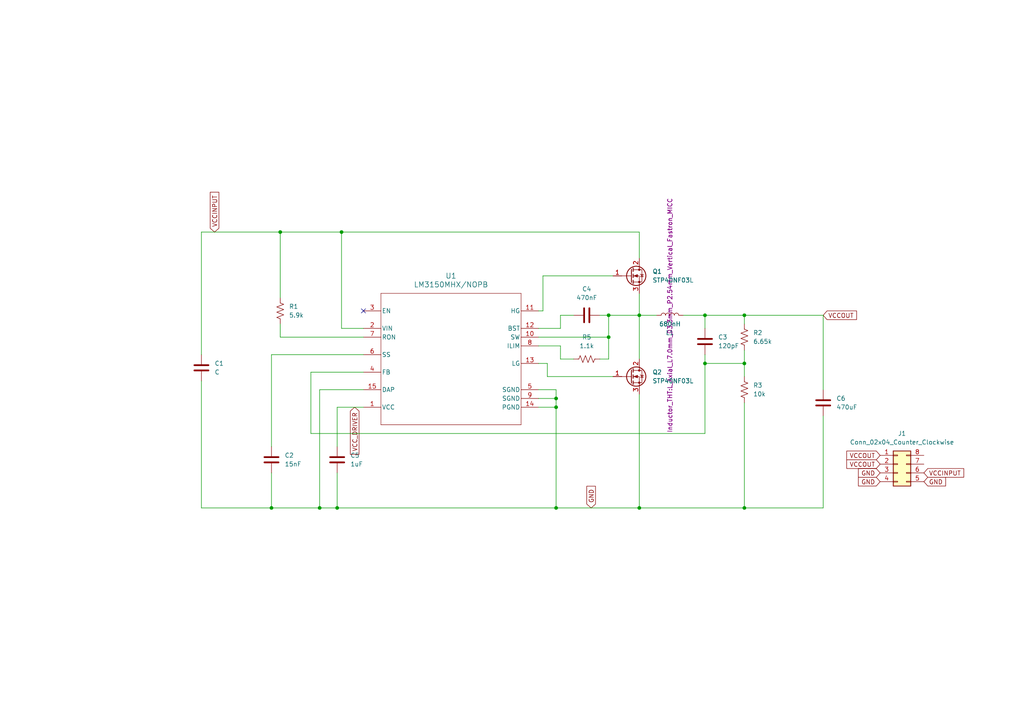
<source format=kicad_sch>
(kicad_sch (version 20231120) (generator "eeschema") (generator_version "8.0")
  (paper "A4")
  (lib_symbols
    (symbol "Connector_Generic:Conn_02x04_Counter_Clockwise" (pin_names (offset 1.016) hide)
      (property "Reference" "J" (at 1.27 5.08 0))
      (property "Value" "Conn_02x04_Counter_Clockwise" (at 1.27 -7.62 0))
      (symbol "Conn_02x04_Counter_Clockwise_1_1"
        (rectangle (start -1.27 -4.953) (end 0 -5.207) (stroke (width 0.1524)))
        (rectangle (start -1.27 -2.413) (end 0 -2.667) (stroke (width 0.1524)))
        (rectangle (start -1.27 0.127) (end 0 -0.127) (stroke (width 0.1524)))
        (rectangle (start -1.27 2.667) (end 0 2.413) (stroke (width 0.1524)))
        (rectangle (start -1.27 3.81) (end 3.81 -6.35) (stroke (width 0.254)) (fill (type background)))
        (rectangle (start 3.81 -4.953) (end 2.54 -5.207) (stroke (width 0.1524)))
        (rectangle (start 3.81 -2.413) (end 2.54 -2.667) (stroke (width 0.1524)))
        (rectangle (start 3.81 0.127) (end 2.54 -0.127) (stroke (width 0.1524)))
        (rectangle (start 3.81 2.667) (end 2.54 2.413) (stroke (width 0.1524)))
        (pin passive line (at -5.08 2.54 0) (length 3.81) (name "Pin_1") (number "1"))
        (pin passive line (at -5.08 0 0) (length 3.81) (name "Pin_2") (number "2"))
        (pin passive line (at -5.08 -2.54 0) (length 3.81) (name "Pin_3") (number "3"))
        (pin passive line (at -5.08 -5.08 0) (length 3.81) (name "Pin_4") (number "4"))
        (pin passive line (at 7.62 -5.08 180) (length 3.81) (name "Pin_5") (number "5"))
        (pin passive line (at 7.62 -2.54 180) (length 3.81) (name "Pin_6") (number "6"))
        (pin passive line (at 7.62 0 180) (length 3.81) (name "Pin_7") (number "7"))
        (pin passive line (at 7.62 2.54 180) (length 3.81) (name "Pin_8") (number "8"))
      )
    )
    (symbol "Device:C" (pin_numbers hide) (pin_names (offset 0.254))
      (property "Reference" "C" (at 0.635 2.54 0))
      (property "Value" "C" (at 0.635 -2.54 0))
      (symbol "C_0_1"
        (polyline (pts (xy -2.032 -0.762) (xy 2.032 -0.762)) (stroke (width 0.508)))
        (polyline (pts (xy -2.032 0.762) (xy 2.032 0.762)) (stroke (width 0.508)))
      )
      (symbol "C_1_1"
        (pin passive line (at 0 3.81 270) (length 2.794) (name "~") (number "1"))
        (pin passive line (at 0 -3.81 90) (length 2.794) (name "~") (number "2"))
      )
    )
    (symbol "Device:L" (pin_numbers hide) (pin_names (offset 1.016) hide)
      (property "Reference" "L" (at -1.27 0 90))
      (property "Value" "L" (at 1.905 0 90))
      (symbol "L_0_1"
        (arc (start 0 -2.54) (mid 0.6323 -1.905) (end 0 -1.27))
        (arc (start 0 -1.27) (mid 0.6323 -0.635) (end 0 0))
        (arc (start 0 0) (mid 0.6323 0.635) (end 0 1.27))
        (arc (start 0 1.27) (mid 0.6323 1.905) (end 0 2.54))
      )
      (symbol "L_1_1"
        (pin passive line (at 0 3.81 270) (length 1.27) (name "1") (number "1"))
        (pin passive line (at 0 -3.81 90) (length 1.27) (name "2") (number "2"))
      )
    )
    (symbol "Device:R_US" (pin_numbers hide) (pin_names (offset 0))
      (property "Reference" "R" (at 2.54 0 90))
      (property "Value" "R_US" (at -2.54 0 90))
      (symbol "R_US_0_1"
        (polyline (pts (xy 0 -2.286) (xy 0 -2.54)))
        (polyline (pts (xy 0 2.286) (xy 0 2.54)))
        (polyline (pts (xy 0 -0.762) (xy 1.016 -1.143) (xy 0 -1.524) (xy -1.016 -1.905) (xy 0 -2.286)))
        (polyline (pts (xy 0 0.762) (xy 1.016 0.381) (xy 0 0) (xy -1.016 -0.381) (xy 0 -0.762)))
        (polyline (pts (xy 0 2.286) (xy 1.016 1.905) (xy 0 1.524) (xy -1.016 1.143) (xy 0 0.762)))
      )
      (symbol "R_US_1_1"
        (pin passive line (at 0 3.81 270) (length 1.27) (name "~") (number "1"))
        (pin passive line (at 0 -3.81 90) (length 1.27) (name "~") (number "2"))
      )
    )
    (symbol "LM3150:LM3150MHX_NOPB" (pin_names (offset 0.254))
      (property "Reference" "U" (at 25.4 10.16 0))
      (property "Value" "LM3150MHX/NOPB" (at 25.4 7.62 0))
      (symbol "LM3150MHX_NOPB_0_1"
        (polyline (pts (xy 5.08 -33.02) (xy 45.72 -33.02)) (stroke (width 0.127)))
        (polyline (pts (xy 5.08 5.08) (xy 5.08 -33.02)) (stroke (width 0.127)))
        (polyline (pts (xy 45.72 -33.02) (xy 45.72 5.08)) (stroke (width 0.127)))
        (polyline (pts (xy 45.72 5.08) (xy 5.08 5.08)) (stroke (width 0.127)))
        (pin power_in line (at 0 -27.94 0) (length 5.08) (name "VCC") (number "1"))
        (pin power_in line (at 50.8 -7.62 180) (length 5.08) (name "SW") (number "10"))
        (pin output line (at 50.8 0 180) (length 5.08) (name "HG") (number "11"))
        (pin passive line (at 50.8 -5.08 180) (length 5.08) (name "BST") (number "12"))
        (pin output line (at 50.8 -15.24 180) (length 5.08) (name "LG") (number "13"))
        (pin power_in line (at 50.8 -27.94 180) (length 5.08) (name "PGND") (number "14"))
        (pin power_in line (at 0 -22.86 0) (length 5.08) (name "DAP") (number "15"))
        (pin power_in line (at 0 -5.08 0) (length 5.08) (name "VIN") (number "2"))
        (pin input line (at 0 0 0) (length 5.08) (name "EN") (number "3"))
        (pin input line (at 0 -17.78 0) (length 5.08) (name "FB") (number "4"))
        (pin power_in line (at 50.8 -22.86 180) (length 5.08) (name "SGND") (number "5"))
        (pin input line (at 0 -12.7 0) (length 5.08) (name "SS") (number "6"))
        (pin input line (at 0 -7.62 0) (length 5.08) (name "RON") (number "7"))
        (pin passive line (at 50.8 -10.16 180) (length 5.08) (name "ILIM") (number "8"))
        (pin power_in line (at 50.8 -25.4 180) (length 5.08) (name "SGND") (number "9"))
      )
    )
    (symbol "Transistor_FET:IRF3205" (pin_names hide)
      (property "Reference" "Q" (at 5.08 1.905 0))
      (property "Value" "IRF3205" (at 5.08 0 0))
      (symbol "IRF3205_0_1"
        (polyline (pts (xy 0.254 0) (xy -2.54 0)))
        (polyline (pts (xy 0.254 1.905) (xy 0.254 -1.905)) (stroke (width 0.254)))
        (polyline (pts (xy 0.762 -1.27) (xy 0.762 -2.286)) (stroke (width 0.254)))
        (polyline (pts (xy 0.762 0.508) (xy 0.762 -0.508)) (stroke (width 0.254)))
        (polyline (pts (xy 0.762 2.286) (xy 0.762 1.27)) (stroke (width 0.254)))
        (polyline (pts (xy 2.54 2.54) (xy 2.54 1.778)))
        (polyline (pts (xy 2.54 -2.54) (xy 2.54 0) (xy 0.762 0)))
        (polyline (pts (xy 0.762 -1.778) (xy 3.302 -1.778) (xy 3.302 1.778) (xy 0.762 1.778)))
        (polyline (pts (xy 1.016 0) (xy 2.032 0.381) (xy 2.032 -0.381) (xy 1.016 0)) (fill (type outline)))
        (polyline (pts (xy 2.794 0.508) (xy 2.921 0.381) (xy 3.683 0.381) (xy 3.81 0.254)))
        (polyline (pts (xy 3.302 0.381) (xy 2.921 -0.254) (xy 3.683 -0.254) (xy 3.302 0.381)))
        (circle (center 1.651 0) (radius 2.794) (stroke (width 0.254)))
        (circle (center 2.54 -1.778) (radius 0.254) (fill (type outline)))
        (circle (center 2.54 1.778) (radius 0.254) (fill (type outline)))
      )
      (symbol "IRF3205_1_1"
        (pin input line (at -5.08 0 0) (length 2.54) (name "G") (number "1"))
        (pin passive line (at 2.54 5.08 270) (length 2.54) (name "D") (number "2"))
        (pin passive line (at 2.54 -5.08 90) (length 2.54) (name "S") (number "3"))
      )
    )
  )
  (junction (at 78.74 147.32))
  (junction (at 204.47 105.41))
  (junction (at 176.53 91.44))
  (junction (at 161.29 115.57))
  (junction (at 92.71 147.32))
  (junction (at 204.47 91.44))
  (junction (at 161.29 118.11))
  (junction (at 99.06 67.31))
  (junction (at 185.42 91.44))
  (junction (at 185.42 147.32))
  (junction (at 215.9 105.41))
  (junction (at 215.9 91.44))
  (junction (at 81.28 67.31))
  (junction (at 97.79 147.32))
  (junction (at 215.9 147.32))
  (junction (at 161.29 147.32))
  (junction (at 176.53 97.79))
  (no_connect (at 105.41 90.17))
  (wire (pts (xy 158.75 105.41) (xy 158.75 109.22)))
  (wire (pts (xy 58.42 67.31) (xy 58.42 102.87)))
  (wire (pts (xy 176.53 104.14) (xy 173.99 104.14)))
  (wire (pts (xy 156.21 97.79) (xy 176.53 97.79)))
  (wire (pts (xy 162.56 100.33) (xy 162.56 104.14)))
  (wire (pts (xy 81.28 67.31) (xy 81.28 86.36)))
  (wire (pts (xy 157.48 90.17) (xy 157.48 80.01)))
  (wire (pts (xy 185.42 74.93) (xy 185.42 67.31)))
  (wire (pts (xy 156.21 90.17) (xy 157.48 90.17)))
  (wire (pts (xy 215.9 101.6) (xy 215.9 105.41)))
  (wire (pts (xy 99.06 95.25) (xy 99.06 67.31)))
  (wire (pts (xy 78.74 147.32) (xy 92.71 147.32)))
  (wire (pts (xy 185.42 85.09) (xy 185.42 91.44)))
  (wire (pts (xy 215.9 105.41) (xy 215.9 109.22)))
  (wire (pts (xy 238.76 147.32) (xy 215.9 147.32)))
  (wire (pts (xy 204.47 105.41) (xy 215.9 105.41)))
  (wire (pts (xy 185.42 147.32) (xy 215.9 147.32)))
  (wire (pts (xy 97.79 137.16) (xy 97.79 147.32)))
  (wire (pts (xy 162.56 91.44) (xy 162.56 95.25)))
  (wire (pts (xy 58.42 147.32) (xy 78.74 147.32)))
  (wire (pts (xy 173.99 91.44) (xy 176.53 91.44)))
  (wire (pts (xy 97.79 118.11) (xy 105.41 118.11)))
  (wire (pts (xy 161.29 115.57) (xy 161.29 118.11)))
  (wire (pts (xy 81.28 67.31) (xy 58.42 67.31)))
  (wire (pts (xy 92.71 147.32) (xy 97.79 147.32)))
  (wire (pts (xy 78.74 137.16) (xy 78.74 147.32)))
  (wire (pts (xy 204.47 102.87) (xy 204.47 105.41)))
  (wire (pts (xy 176.53 97.79) (xy 176.53 104.14)))
  (wire (pts (xy 156.21 118.11) (xy 161.29 118.11)))
  (wire (pts (xy 90.17 125.73) (xy 90.17 107.95)))
  (wire (pts (xy 215.9 116.84) (xy 215.9 147.32)))
  (wire (pts (xy 58.42 110.49) (xy 58.42 147.32)))
  (wire (pts (xy 156.21 113.03) (xy 161.29 113.03)))
  (wire (pts (xy 157.48 80.01) (xy 177.8 80.01)))
  (wire (pts (xy 161.29 118.11) (xy 161.29 147.32)))
  (wire (pts (xy 162.56 104.14) (xy 166.37 104.14)))
  (wire (pts (xy 204.47 91.44) (xy 215.9 91.44)))
  (wire (pts (xy 97.79 147.32) (xy 161.29 147.32)))
  (wire (pts (xy 185.42 91.44) (xy 185.42 104.14)))
  (wire (pts (xy 158.75 109.22) (xy 177.8 109.22)))
  (wire (pts (xy 156.21 105.41) (xy 158.75 105.41)))
  (wire (pts (xy 238.76 113.03) (xy 238.76 91.44)))
  (wire (pts (xy 204.47 105.41) (xy 204.47 125.73)))
  (wire (pts (xy 161.29 113.03) (xy 161.29 115.57)))
  (wire (pts (xy 97.79 129.54) (xy 97.79 118.11)))
  (wire (pts (xy 105.41 95.25) (xy 99.06 95.25)))
  (wire (pts (xy 78.74 129.54) (xy 78.74 102.87)))
  (wire (pts (xy 156.21 115.57) (xy 161.29 115.57)))
  (wire (pts (xy 162.56 95.25) (xy 156.21 95.25)))
  (wire (pts (xy 190.5 91.44) (xy 185.42 91.44)))
  (wire (pts (xy 105.41 113.03) (xy 92.71 113.03)))
  (wire (pts (xy 238.76 91.44) (xy 215.9 91.44)))
  (wire (pts (xy 81.28 67.31) (xy 99.06 67.31)))
  (wire (pts (xy 78.74 102.87) (xy 105.41 102.87)))
  (wire (pts (xy 204.47 91.44) (xy 204.47 95.25)))
  (wire (pts (xy 105.41 97.79) (xy 81.28 97.79)))
  (wire (pts (xy 176.53 97.79) (xy 176.53 91.44)))
  (wire (pts (xy 185.42 114.3) (xy 185.42 147.32)))
  (wire (pts (xy 198.12 91.44) (xy 204.47 91.44)))
  (wire (pts (xy 92.71 113.03) (xy 92.71 147.32)))
  (wire (pts (xy 161.29 147.32) (xy 185.42 147.32)))
  (wire (pts (xy 215.9 93.98) (xy 215.9 91.44)))
  (wire (pts (xy 162.56 91.44) (xy 166.37 91.44)))
  (wire (pts (xy 238.76 120.65) (xy 238.76 147.32)))
  (wire (pts (xy 185.42 67.31) (xy 99.06 67.31)))
  (wire (pts (xy 90.17 107.95) (xy 105.41 107.95)))
  (wire (pts (xy 81.28 97.79) (xy 81.28 93.98)))
  (wire (pts (xy 176.53 91.44) (xy 185.42 91.44)))
  (wire (pts (xy 156.21 100.33) (xy 162.56 100.33)))
  (wire (pts (xy 204.47 125.73) (xy 90.17 125.73)))
  (global_label "VCCOUT" (shape input) (at 255.27 134.62 180) (property "Intersheetrefs" "${INTERSHEET_REFS}" (effects (hide yes))))
  (global_label "VCCOUT" (shape input) (at 255.27 132.08 180) (property "Intersheetrefs" "${INTERSHEET_REFS}" (effects (hide yes))))
  (global_label "GND" (shape input) (at 171.45 147.32 90) (property "Intersheetrefs" "${INTERSHEET_REFS}" (effects (hide yes))))
  (global_label "GND" (shape input) (at 255.27 139.7 180) (property "Intersheetrefs" "${INTERSHEET_REFS}" (effects (hide yes))))
  (global_label "VCC_DRIVER" (shape input) (at 102.87 118.11 270) (property "Intersheetrefs" "${INTERSHEET_REFS}" (effects (hide yes))))
  (global_label "GND" (shape input) (at 255.27 137.16 180) (property "Intersheetrefs" "${INTERSHEET_REFS}" (effects (hide yes))))
  (global_label "VCCOUT" (shape input) (at 238.76 91.44 0) (property "Intersheetrefs" "${INTERSHEET_REFS}" (effects (hide yes))))
  (global_label "VCCINPUT" (shape input) (at 62.23 67.31 90) (property "Intersheetrefs" "${INTERSHEET_REFS}" (effects (hide yes))))
  (global_label "VCCINPUT" (shape input) (at 267.97 137.16 0) (property "Intersheetrefs" "${INTERSHEET_REFS}" (effects (hide yes))))
  (global_label "GND" (shape input) (at 267.97 139.7 0) (property "Intersheetrefs" "${INTERSHEET_REFS}" (effects (hide yes))))
  (symbol (lib_id "Connector_Generic:Conn_02x04_Counter_Clockwise") (at 260.35 134.62 0) (unit 1)
    (property "Reference" "J1" (at 261.62 125.73 0))
    (property "Value" "Conn_02x04_Counter_Clockwise" (at 261.62 128.27 0))
    (property "Footprint" "virtex5_buck_footprint:virtex5_buck" (effects (hide yes)))
    (property "Description" "Generic connector, double row, 02x04, counter clockwise pin numbering scheme (similar to DIP package numbering), script generated (kicad-library-utils/schlib/autogen/connector/)" (effects (hide yes)))
  )
  (symbol (lib_id "Device:C") (at 97.79 133.35 0) (unit 1)
    (property "Reference" "C5" (at 101.6 132.0799 0) (effects (justify left)))
    (property "Value" "1uF" (at 101.6 134.6199 0) (effects (justify left)))
    (property "Footprint" "Capacitor_THT:C_Disc_D3.0mm_W1.6mm_P2.50mm" (effects (hide yes)))
    (property "Description" "Unpolarized capacitor" (effects (hide yes)))
  )
  (symbol (lib_id "Device:C") (at 78.74 133.35 0) (unit 1)
    (property "Reference" "C2" (at 82.55 132.0799 0) (effects (justify left)))
    (property "Value" "15nF" (at 82.55 134.6199 0) (effects (justify left)))
    (property "Footprint" "Capacitor_THT:C_Disc_D3.0mm_W1.6mm_P2.50mm" (effects (hide yes)))
    (property "Description" "Unpolarized capacitor" (effects (hide yes)))
  )
  (symbol (lib_id "Device:C") (at 170.18 91.44 270) (unit 1)
    (property "Reference" "C4" (at 170.18 83.82 90))
    (property "Value" "470nF" (at 170.18 86.36 90))
    (property "Footprint" "Capacitor_THT:C_Disc_D3.0mm_W1.6mm_P2.50mm" (effects (hide yes)))
    (property "Description" "Unpolarized capacitor" (effects (hide yes)))
  )
  (symbol (lib_id "Device:C") (at 58.42 106.68 0) (unit 1)
    (property "Reference" "C1" (at 62.23 105.4099 0) (effects (justify left)))
    (property "Value" "C" (at 62.23 107.9499 0) (effects (justify left)))
    (property "Footprint" "Capacitor_THT:C_Disc_D3.0mm_W2.0mm_P2.50mm" (effects (hide yes)))
    (property "Description" "Unpolarized capacitor" (effects (hide yes)))
  )
  (symbol (lib_id "Device:C") (at 204.47 99.06 0) (unit 1)
    (property "Reference" "C3" (at 208.28 97.7899 0) (effects (justify left)))
    (property "Value" "120pF" (at 208.28 100.3299 0) (effects (justify left)))
    (property "Footprint" "Capacitor_THT:C_Disc_D3.0mm_W1.6mm_P2.50mm" (effects (hide yes)))
    (property "Description" "Unpolarized capacitor" (effects (hide yes)))
  )
  (symbol (lib_id "LM3150:LM3150MHX_NOPB") (at 105.41 90.17 0) (unit 1)
    (property "Reference" "U1" (at 130.81 80.01 0) (effects (font (size 1.524 1.524))))
    (property "Value" "LM3150MHX/NOPB" (at 130.81 82.55 0) (effects (font (size 1.524 1.524))))
    (property "Footprint" "Package_SO:HTSSOP-14-1EP_4.4x5mm_P0.65mm_EP3.4x5mm_Mask3x3.1mm_ThermalVias" (effects (hide yes)))
    (property "Datasheet" "LM3150MHX/NOPB" (effects (hide yes)))
  )
  (symbol (lib_id "Device:R_US") (at 81.28 90.17 0) (unit 1)
    (property "Reference" "R1" (at 83.82 88.8999 0) (effects (justify left)))
    (property "Value" "5.9k" (at 83.82 91.4399 0) (effects (justify left)))
    (property "Footprint" "Resistor_THT:R_Axial_DIN0204_L3.6mm_D1.6mm_P5.08mm_Horizontal" (effects (hide yes)))
    (property "Description" "Resistor, US symbol" (effects (hide yes)))
  )
  (symbol (lib_id "Device:R_US") (at 215.9 97.79 0) (unit 1)
    (property "Reference" "R2" (at 218.44 96.5199 0) (effects (justify left)))
    (property "Value" "6.65k" (at 218.44 99.0599 0) (effects (justify left)))
    (property "Footprint" "Resistor_THT:R_Axial_DIN0204_L3.6mm_D1.6mm_P5.08mm_Horizontal" (effects (hide yes)))
    (property "Description" "Resistor, US symbol" (effects (hide yes)))
  )
  (symbol (lib_id "Transistor_FET:IRF3205") (at 182.88 109.22 0) (unit 1)
    (property "Reference" "Q2" (at 189.23 107.9499 0) (effects (justify left)))
    (property "Value" "STP40NF03L" (at 189.23 110.4899 0) (effects (justify left)))
    (property "Footprint" "Package_TO_SOT_THT:TO-220-3_Vertical" (effects (hide yes)))
  )
  (symbol (lib_id "Device:R_US") (at 215.9 113.03 0) (unit 1)
    (property "Reference" "R3" (at 218.44 111.7599 0) (effects (justify left)))
    (property "Value" "10k" (at 218.44 114.2999 0) (effects (justify left)))
    (property "Footprint" "Resistor_THT:R_Axial_DIN0204_L3.6mm_D1.6mm_P5.08mm_Horizontal" (effects (hide yes)))
    (property "Description" "Resistor, US symbol" (effects (hide yes)))
  )
  (symbol (lib_id "Device:R_US") (at 170.18 104.14 270) (unit 1)
    (property "Reference" "R5" (at 170.18 97.79 90))
    (property "Value" "1.1k" (at 170.18 100.33 90))
    (property "Footprint" "Resistor_THT:R_Axial_DIN0204_L3.6mm_D1.6mm_P5.08mm_Horizontal" (effects (hide yes)))
    (property "Description" "Resistor, US symbol" (effects (hide yes)))
  )
  (symbol (lib_id "Device:L") (at 194.31 91.44 270) (mirror x) (unit 1)
    (property "Reference" "L1" (at 194.31 96.52 90))
    (property "Value" "680nH" (at 194.31 93.98 90))
    (property "Footprint" "Inductor_THT:L_Axial_L7.0mm_D3.3mm_P2.54mm_Vertical_Fastron_MICC" (at 194.31 91.44 0))
    (property "Description" "Inductor" (effects (hide yes)))
  )
  (symbol (lib_id "Device:C") (at 238.76 116.84 0) (unit 1)
    (property "Reference" "C6" (at 242.57 115.5699 0) (effects (justify left)))
    (property "Value" "470uF" (at 242.57 118.1099 0) (effects (justify left)))
    (property "Footprint" "Capacitor_THT:C_Disc_D3.0mm_W1.6mm_P2.50mm" (effects (hide yes)))
    (property "Description" "Unpolarized capacitor" (effects (hide yes)))
  )
  (symbol (lib_id "Transistor_FET:IRF3205") (at 182.88 80.01 0) (unit 1)
    (property "Reference" "Q1" (at 189.23 78.7399 0) (effects (justify left)))
    (property "Value" "STP40NF03L" (at 189.23 81.2799 0) (effects (justify left)))
    (property "Footprint" "Package_TO_SOT_THT:TO-220-3_Vertical" (effects (hide yes)))
  )
)
</source>
